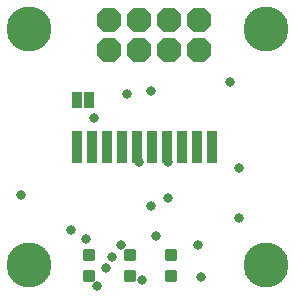
<source format=gbs>
G04 Layer_Color=16711935*
%FSLAX44Y44*%
%MOMM*%
G71*
G01*
G75*
G04:AMPARAMS|DCode=30|XSize=1.0032mm|YSize=1.0032mm|CornerRadius=0.2016mm|HoleSize=0mm|Usage=FLASHONLY|Rotation=90.000|XOffset=0mm|YOffset=0mm|HoleType=Round|Shape=RoundedRectangle|*
%AMROUNDEDRECTD30*
21,1,1.0032,0.6000,0,0,90.0*
21,1,0.6000,1.0032,0,0,90.0*
1,1,0.4032,0.3000,0.3000*
1,1,0.4032,0.3000,-0.3000*
1,1,0.4032,-0.3000,-0.3000*
1,1,0.4032,-0.3000,0.3000*
%
%ADD30ROUNDEDRECTD30*%
%ADD32P,2.2544X8X202.5*%
%ADD33C,3.8032*%
%ADD34C,0.8032*%
%ADD35R,0.9652X2.7432*%
%ADD36R,0.8382X1.4732*%
D30*
X-50000Y-91500D02*
D03*
Y-108500D02*
D03*
X20000Y-91500D02*
D03*
Y-108500D02*
D03*
X-15000Y-91500D02*
D03*
Y-108500D02*
D03*
D32*
X-33100Y82300D02*
D03*
Y107700D02*
D03*
X-7700Y82300D02*
D03*
Y107700D02*
D03*
X17700Y82300D02*
D03*
Y107700D02*
D03*
X43100Y82300D02*
D03*
Y107700D02*
D03*
D33*
X-100000Y-100000D02*
D03*
X100000D02*
D03*
Y100000D02*
D03*
X-100000D02*
D03*
D34*
X77500Y-17500D02*
D03*
X-22500Y-82500D02*
D03*
X-52500Y-77500D02*
D03*
X17500Y-12500D02*
D03*
X-7500D02*
D03*
X2500Y-50000D02*
D03*
X17512Y-42500D02*
D03*
X-30000Y-92500D02*
D03*
X-5000Y-112500D02*
D03*
X42500Y-82500D02*
D03*
X-35000Y-102500D02*
D03*
X2500Y47500D02*
D03*
X-42500Y-117500D02*
D03*
X-107500Y-40000D02*
D03*
X45000Y-110000D02*
D03*
X77500Y-60000D02*
D03*
X7500Y-75000D02*
D03*
X-65000Y-70000D02*
D03*
X70000Y55000D02*
D03*
X-17500Y45000D02*
D03*
X-45000Y25000D02*
D03*
D35*
X54300Y0D02*
D03*
X41600D02*
D03*
X28900D02*
D03*
X16200D02*
D03*
X3500D02*
D03*
X-9200D02*
D03*
X-21900D02*
D03*
X-34600D02*
D03*
X-47300D02*
D03*
X-60000D02*
D03*
D36*
X-60080Y40000D02*
D03*
X-49920D02*
D03*
M02*

</source>
